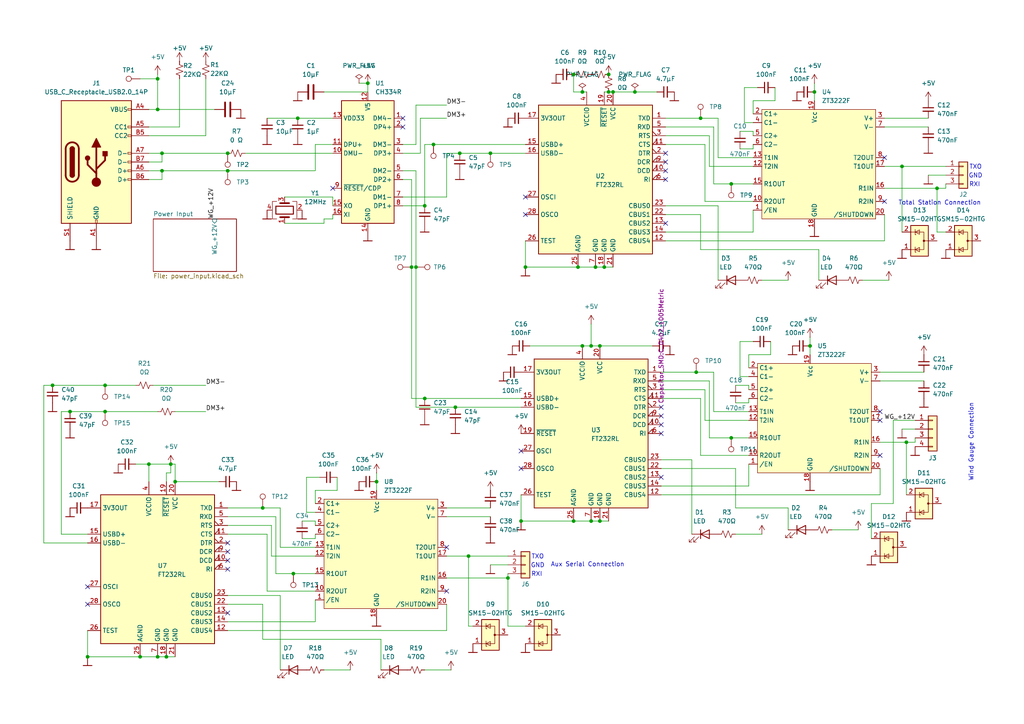
<source format=kicad_sch>
(kicad_sch (version 20250114) (generator "eeschema") (generator_version "9.0")
  (paper "A4")
  (text "Total Station Connection" (at 272.542 58.928 0) (effects (font (size 1.27 1.27))))
  (text "Aux Serial Connection" (at 170.434 163.83 0) (effects (font (size 1.27 1.27))))
  (text "GND" (at 282.956 51.054 0) (effects (font (size 1.27 1.27))))
  (text "TXO" (at 155.956 161.544 0) (effects (font (size 1.27 1.27))))
  (text "Wind Gauge Connection" (at 281.686 128.27 90) (effects (font (size 1.27 1.27))))
  (text "RXI" (at 282.702 53.594 0) (effects (font (size 1.27 1.27))))
  (text "GND" (at 155.956 164.084 0) (effects (font (size 1.27 1.27))))
  (text "TXO" (at 282.956 48.514 0) (effects (font (size 1.27 1.27))))
  (text "RXI" (at 155.702 166.624 0) (effects (font (size 1.27 1.27))))
  (junction (at 20.32 119.38))
  (junction (at 166.37 151.13))
  (junction (at 46.99 49.53))
  (junction (at 147.32 167.64))
  (junction (at 151.13 151.13))
  (junction (at 45.72 22.86))
  (junction (at 142.24 44.45))
  (junction (at 177.8 26.67))
  (junction (at 86.36 34.29))
  (junction (at 201.93 107.95))
  (junction (at 45.72 190.5))
  (junction (at 176.53 21.59))
  (junction (at 119.38 77.47))
  (junction (at 135.89 161.29))
  (junction (at 49.53 134.62))
  (junction (at 76.2 147.32))
  (junction (at 271.78 54.61))
  (junction (at 167.64 77.47))
  (junction (at 176.53 26.67))
  (junction (at 173.99 100.33))
  (junction (at 171.45 151.13))
  (junction (at 109.22 139.7))
  (junction (at 172.72 77.47))
  (junction (at 203.2 34.29))
  (junction (at 123.19 59.69))
  (junction (at 123.19 115.57))
  (junction (at 120.65 77.47))
  (junction (at 46.99 44.45))
  (junction (at 125.73 41.91))
  (junction (at 212.09 53.34))
  (junction (at 66.04 49.53))
  (junction (at 152.4 77.47))
  (junction (at 184.15 26.67))
  (junction (at 45.72 31.75))
  (junction (at 168.91 26.67))
  (junction (at 25.4 190.5))
  (junction (at 106.68 24.13))
  (junction (at 173.99 151.13))
  (junction (at 30.48 119.38))
  (junction (at 132.08 118.11))
  (junction (at 262.89 128.27))
  (junction (at 50.8 139.7))
  (junction (at 30.48 111.76))
  (junction (at 166.37 21.59))
  (junction (at 48.26 190.5))
  (junction (at 236.22 26.67))
  (junction (at 15.24 111.76))
  (junction (at 168.91 100.33))
  (junction (at 171.45 100.33))
  (junction (at 40.64 190.5))
  (junction (at 85.09 166.37))
  (junction (at 43.18 134.62))
  (junction (at 66.04 44.45))
  (junction (at 175.26 77.47))
  (junction (at 212.09 127))
  (junction (at 234.95 100.33))
  (junction (at 133.35 44.45))
  (junction (at 261.62 48.26))
  (no_connect (at 96.52 54.61))
  (no_connect (at 191.77 138.43))
  (no_connect (at 255.27 119.38))
  (no_connect (at 151.13 135.89))
  (no_connect (at 66.04 165.1))
  (no_connect (at 129.54 158.75))
  (no_connect (at 255.27 121.92))
  (no_connect (at 193.04 52.07))
  (no_connect (at 66.04 157.48))
  (no_connect (at 151.13 130.81))
  (no_connect (at 116.84 36.83))
  (no_connect (at 191.77 120.65))
  (no_connect (at 191.77 125.73))
  (no_connect (at 256.54 45.72))
  (no_connect (at 193.04 46.99))
  (no_connect (at 116.84 34.29))
  (no_connect (at 193.04 44.45))
  (no_connect (at 25.4 175.26))
  (no_connect (at 193.04 49.53))
  (no_connect (at 66.04 177.8))
  (no_connect (at 255.27 132.08))
  (no_connect (at 191.77 123.19))
  (no_connect (at 152.4 57.15))
  (no_connect (at 25.4 170.18))
  (no_connect (at 129.54 171.45))
  (no_connect (at 193.04 64.77))
  (no_connect (at 152.4 62.23))
  (no_connect (at 66.04 160.02))
  (no_connect (at 256.54 58.42))
  (no_connect (at 191.77 118.11))
  (no_connect (at 66.04 162.56))
  (wire (pts (xy 121.92 44.45) (xy 121.92 34.29)))
  (wire (pts (xy 213.36 111.76) (xy 217.17 111.76)))
  (wire (pts (xy 66.04 152.4) (xy 78.74 152.4)))
  (wire (pts (xy 250.19 81.28) (xy 257.81 81.28)))
  (wire (pts (xy 120.65 49.53) (xy 120.65 77.47)))
  (wire (pts (xy 256.54 54.61) (xy 271.78 54.61)))
  (wire (pts (xy 261.62 48.26) (xy 261.62 67.31)))
  (wire (pts (xy 81.28 147.32) (xy 81.28 158.75)))
  (wire (pts (xy 215.9 35.56) (xy 218.44 35.56)))
  (wire (pts (xy 214.63 109.22) (xy 217.17 109.22)))
  (wire (pts (xy 43.18 134.62) (xy 39.37 134.62)))
  (wire (pts (xy 91.44 156.21) (xy 91.44 154.94)))
  (wire (pts (xy 119.38 77.47) (xy 119.38 115.57)))
  (wire (pts (xy 116.84 41.91) (xy 120.65 41.91)))
  (wire (pts (xy 214.63 43.18) (xy 218.44 43.18)))
  (wire (pts (xy 123.19 59.69) (xy 116.84 59.69)))
  (wire (pts (xy 215.9 25.4) (xy 215.9 35.56)))
  (wire (pts (xy 191.77 135.89) (xy 213.36 135.89)))
  (wire (pts (xy 43.18 46.99) (xy 46.99 46.99)))
  (wire (pts (xy 129.54 167.64) (xy 147.32 167.64)))
  (wire (pts (xy 176.53 26.67) (xy 177.8 26.67)))
  (wire (pts (xy 132.08 118.11) (xy 151.13 118.11)))
  (wire (pts (xy 191.77 110.49) (xy 205.74 110.49)))
  (wire (pts (xy 151.13 143.51) (xy 151.13 151.13)))
  (wire (pts (xy 152.4 77.47) (xy 167.64 77.47)))
  (wire (pts (xy 193.04 62.23) (xy 203.2 62.23)))
  (wire (pts (xy 104.14 24.13) (xy 106.68 24.13)))
  (wire (pts (xy 87.63 151.13) (xy 91.44 151.13)))
  (wire (pts (xy 129.54 147.32) (xy 142.24 147.32)))
  (wire (pts (xy 76.2 147.32) (xy 81.28 147.32)))
  (wire (pts (xy 271.78 67.31) (xy 271.78 54.61)))
  (wire (pts (xy 93.98 26.67) (xy 106.68 26.67)))
  (wire (pts (xy 237.49 72.39) (xy 237.49 81.28)))
  (wire (pts (xy 151.13 151.13) (xy 166.37 151.13)))
  (wire (pts (xy 255.27 110.49) (xy 267.97 110.49)))
  (wire (pts (xy 50.8 119.38) (xy 59.69 119.38)))
  (wire (pts (xy 205.74 127) (xy 212.09 127)))
  (wire (pts (xy 234.95 100.33) (xy 234.95 102.87)))
  (wire (pts (xy 48.26 137.16) (xy 49.53 137.16)))
  (wire (pts (xy 193.04 34.29) (xy 203.2 34.29)))
  (wire (pts (xy 213.36 116.84) (xy 217.17 116.84)))
  (wire (pts (xy 82.55 57.15) (xy 96.52 57.15)))
  (wire (pts (xy 17.78 154.94) (xy 17.78 119.38)))
  (wire (pts (xy 81.28 172.72) (xy 81.28 194.31)))
  (wire (pts (xy 171.45 100.33) (xy 173.99 100.33)))
  (wire (pts (xy 91.44 146.05) (xy 91.44 142.24)))
  (wire (pts (xy 193.04 59.69) (xy 208.28 59.69)))
  (wire (pts (xy 120.65 118.11) (xy 132.08 118.11)))
  (wire (pts (xy 217.17 111.76) (xy 217.17 113.03)))
  (wire (pts (xy 236.22 26.67) (xy 236.22 29.21)))
  (wire (pts (xy 120.65 77.47) (xy 120.65 118.11)))
  (wire (pts (xy 262.89 128.27) (xy 265.43 128.27)))
  (wire (pts (xy 66.04 154.94) (xy 77.47 154.94)))
  (wire (pts (xy 43.18 36.83) (xy 52.07 36.83)))
  (wire (pts (xy 219.71 25.4) (xy 215.9 25.4)))
  (wire (pts (xy 66.04 172.72) (xy 81.28 172.72)))
  (wire (pts (xy 125.73 41.91) (xy 123.19 41.91)))
  (wire (pts (xy 116.84 57.15) (xy 129.54 57.15)))
  (wire (pts (xy 191.77 143.51) (xy 255.27 143.51)))
  (wire (pts (xy 109.22 137.16) (xy 109.22 139.7)))
  (wire (pts (xy 49.53 137.16) (xy 49.53 134.62)))
  (wire (pts (xy 44.45 111.76) (xy 59.69 111.76)))
  (wire (pts (xy 91.44 142.24) (xy 97.79 142.24)))
  (wire (pts (xy 133.35 44.45) (xy 142.24 44.45)))
  (wire (pts (xy 193.04 39.37) (xy 205.74 39.37)))
  (wire (pts (xy 92.71 138.43) (xy 88.9 138.43)))
  (wire (pts (xy 45.72 21.59) (xy 45.72 22.86)))
  (wire (pts (xy 91.44 151.13) (xy 91.44 152.4)))
  (wire (pts (xy 191.77 113.03) (xy 204.47 113.03)))
  (wire (pts (xy 25.4 182.88) (xy 25.4 190.5)))
  (wire (pts (xy 78.74 152.4) (xy 78.74 161.29)))
  (wire (pts (xy 255.27 143.51) (xy 255.27 135.89)))
  (wire (pts (xy 59.69 22.86) (xy 59.69 39.37)))
  (wire (pts (xy 12.7 157.48) (xy 12.7 111.76)))
  (wire (pts (xy 88.9 138.43) (xy 88.9 148.59)))
  (wire (pts (xy 66.04 49.53) (xy 91.44 49.53)))
  (wire (pts (xy 204.47 121.92) (xy 217.17 121.92)))
  (wire (pts (xy 96.52 63.5) (xy 96.52 62.23)))
  (wire (pts (xy 265.43 128.27) (xy 265.43 127)))
  (wire (pts (xy 85.09 166.37) (xy 91.44 166.37)))
  (wire (pts (xy 217.17 116.84) (xy 217.17 115.57)))
  (wire (pts (xy 204.47 113.03) (xy 204.47 121.92)))
  (wire (pts (xy 30.48 119.38) (xy 45.72 119.38)))
  (wire (pts (xy 256.54 48.26) (xy 261.62 48.26)))
  (wire (pts (xy 256.54 36.83) (xy 269.24 36.83)))
  (wire (pts (xy 80.01 166.37) (xy 85.09 166.37)))
  (wire (pts (xy 87.63 156.21) (xy 91.44 156.21)))
  (wire (pts (xy 259.08 146.05) (xy 259.08 121.92)))
  (wire (pts (xy 168.91 26.67) (xy 166.37 26.67)))
  (wire (pts (xy 173.99 100.33) (xy 189.23 100.33)))
  (wire (pts (xy 129.54 149.86) (xy 142.24 149.86)))
  (wire (pts (xy 45.72 190.5) (xy 48.26 190.5)))
  (wire (pts (xy 116.84 44.45) (xy 121.92 44.45)))
  (wire (pts (xy 203.2 115.57) (xy 203.2 132.08)))
  (wire (pts (xy 269.24 50.8) (xy 274.32 50.8)))
  (wire (pts (xy 228.6 147.32) (xy 228.6 153.67)))
  (wire (pts (xy 261.62 48.26) (xy 274.32 48.26)))
  (wire (pts (xy 66.04 180.34) (xy 91.44 180.34)))
  (wire (pts (xy 256.54 34.29) (xy 269.24 34.29)))
  (wire (pts (xy 25.4 154.94) (xy 17.78 154.94)))
  (wire (pts (xy 204.47 58.42) (xy 218.44 58.42)))
  (wire (pts (xy 167.64 77.47) (xy 172.72 77.47)))
  (wire (pts (xy 91.44 49.53) (xy 91.44 41.91)))
  (wire (pts (xy 217.17 140.97) (xy 217.17 134.62)))
  (wire (pts (xy 45.72 31.75) (xy 43.18 31.75)))
  (wire (pts (xy 207.01 107.95) (xy 207.01 119.38)))
  (wire (pts (xy 91.44 180.34) (xy 91.44 173.99)))
  (wire (pts (xy 218.44 33.02) (xy 218.44 29.21)))
  (wire (pts (xy 213.36 154.94) (xy 220.98 154.94)))
  (wire (pts (xy 77.47 154.94) (xy 77.47 171.45)))
  (wire (pts (xy 77.47 171.45) (xy 91.44 171.45)))
  (wire (pts (xy 17.78 119.38) (xy 20.32 119.38)))
  (wire (pts (xy 201.93 107.95) (xy 207.01 107.95)))
  (wire (pts (xy 234.95 97.79) (xy 234.95 100.33)))
  (wire (pts (xy 262.89 128.27) (xy 262.89 143.51)))
  (wire (pts (xy 193.04 36.83) (xy 207.01 36.83)))
  (wire (pts (xy 77.47 34.29) (xy 86.36 34.29)))
  (wire (pts (xy 43.18 39.37) (xy 59.69 39.37)))
  (wire (pts (xy 66.04 147.32) (xy 76.2 147.32)))
  (wire (pts (xy 25.4 190.5) (xy 40.64 190.5)))
  (wire (pts (xy 142.24 44.45) (xy 152.4 44.45)))
  (wire (pts (xy 207.01 119.38) (xy 217.17 119.38)))
  (wire (pts (xy 121.92 34.29) (xy 129.54 34.29)))
  (wire (pts (xy 168.91 100.33) (xy 171.45 100.33)))
  (wire (pts (xy 123.19 41.91) (xy 123.19 59.69)))
  (wire (pts (xy 256.54 69.85) (xy 256.54 62.23)))
  (wire (pts (xy 71.12 44.45) (xy 96.52 44.45)))
  (wire (pts (xy 171.45 93.98) (xy 171.45 100.33)))
  (wire (pts (xy 241.3 153.67) (xy 248.92 153.67)))
  (wire (pts (xy 205.74 110.49) (xy 205.74 127)))
  (wire (pts (xy 129.54 161.29) (xy 135.89 161.29)))
  (wire (pts (xy 204.47 41.91) (xy 204.47 58.42)))
  (wire (pts (xy 252.73 156.21) (xy 252.73 146.05)))
  (wire (pts (xy 96.52 63.5) (xy 93.98 63.5)))
  (wire (pts (xy 252.73 146.05) (xy 259.08 146.05)))
  (wire (pts (xy 236.22 24.13) (xy 236.22 26.67)))
  (wire (pts (xy 81.28 158.75) (xy 91.44 158.75)))
  (wire (pts (xy 45.72 31.75) (xy 62.23 31.75)))
  (wire (pts (xy 43.18 139.7) (xy 43.18 134.62)))
  (wire (pts (xy 76.2 185.42) (xy 110.49 185.42)))
  (wire (pts (xy 172.72 77.47) (xy 175.26 77.47)))
  (wire (pts (xy 106.68 24.13) (xy 106.68 26.67)))
  (wire (pts (xy 120.65 41.91) (xy 120.65 30.48)))
  (wire (pts (xy 214.63 99.06) (xy 214.63 109.22)))
  (wire (pts (xy 255.27 128.27) (xy 262.89 128.27)))
  (wire (pts (xy 147.32 167.64) (xy 147.32 181.61)))
  (wire (pts (xy 173.99 151.13) (xy 176.53 151.13)))
  (wire (pts (xy 46.99 44.45) (xy 66.04 44.45)))
  (wire (pts (xy 213.36 147.32) (xy 228.6 147.32)))
  (wire (pts (xy 93.98 64.77) (xy 82.55 64.77)))
  (wire (pts (xy 142.24 163.83) (xy 147.32 163.83)))
  (wire (pts (xy 43.18 49.53) (xy 46.99 49.53)))
  (wire (pts (xy 96.52 57.15) (xy 96.52 59.69)))
  (wire (pts (xy 80.01 149.86) (xy 80.01 166.37)))
  (wire (pts (xy 200.66 133.35) (xy 200.66 154.94)))
  (wire (pts (xy 166.37 151.13) (xy 171.45 151.13)))
  (wire (pts (xy 147.32 181.61) (xy 152.4 181.61)))
  (wire (pts (xy 46.99 46.99) (xy 46.99 44.45)))
  (wire (pts (xy 116.84 49.53) (xy 120.65 49.53)))
  (wire (pts (xy 255.27 107.95) (xy 267.97 107.95)))
  (wire (pts (xy 171.45 151.13) (xy 173.99 151.13)))
  (wire (pts (xy 91.44 41.91) (xy 96.52 41.91)))
  (wire (pts (xy 203.2 72.39) (xy 237.49 72.39)))
  (wire (pts (xy 208.28 34.29) (xy 208.28 45.72)))
  (wire (pts (xy 40.64 190.5) (xy 45.72 190.5)))
  (wire (pts (xy 43.18 52.07) (xy 46.99 52.07)))
  (wire (pts (xy 119.38 52.07) (xy 119.38 77.47)))
  (wire (pts (xy 184.15 26.67) (xy 190.5 26.67)))
  (wire (pts (xy 52.07 36.83) (xy 52.07 22.86)))
  (wire (pts (xy 166.37 26.67) (xy 166.37 21.59)))
  (wire (pts (xy 175.26 26.67) (xy 176.53 26.67)))
  (wire (pts (xy 129.54 57.15) (xy 129.54 44.45)))
  (wire (pts (xy 123.19 115.57) (xy 151.13 115.57)))
  (wire (pts (xy 66.04 182.88) (xy 129.54 182.88)))
  (wire (pts (xy 12.7 111.76) (xy 15.24 111.76)))
  (wire (pts (xy 205.74 39.37) (xy 205.74 48.26)))
  (wire (pts (xy 218.44 38.1) (xy 218.44 39.37)))
  (wire (pts (xy 86.36 34.29) (xy 96.52 34.29)))
  (wire (pts (xy 214.63 38.1) (xy 218.44 38.1)))
  (wire (pts (xy 274.32 54.61) (xy 274.32 53.34)))
  (wire (pts (xy 129.54 44.45) (xy 133.35 44.45)))
  (wire (pts (xy 153.67 100.33) (xy 168.91 100.33)))
  (wire (pts (xy 218.44 67.31) (xy 218.44 60.96)))
  (wire (pts (xy 191.77 115.57) (xy 203.2 115.57)))
  (wire (pts (xy 213.36 135.89) (xy 213.36 147.32)))
  (wire (pts (xy 50.8 134.62) (xy 49.53 134.62)))
  (wire (pts (xy 97.79 142.24) (xy 97.79 138.43)))
  (wire (pts (xy 193.04 69.85) (xy 256.54 69.85)))
  (wire (pts (xy 203.2 34.29) (xy 208.28 34.29)))
  (wire (pts (xy 205.74 48.26) (xy 218.44 48.26)))
  (wire (pts (xy 191.77 107.95) (xy 201.93 107.95)))
  (wire (pts (xy 25.4 157.48) (xy 12.7 157.48)))
  (wire (pts (xy 218.44 43.18) (xy 218.44 41.91)))
  (wire (pts (xy 46.99 49.53) (xy 66.04 49.53)))
  (wire (pts (xy 43.18 134.62) (xy 49.53 134.62)))
  (wire (pts (xy 271.78 54.61) (xy 274.32 54.61)))
  (wire (pts (xy 110.49 185.42) (xy 110.49 194.31)))
  (wire (pts (xy 152.4 69.85) (xy 152.4 77.47)))
  (wire (pts (xy 50.8 139.7) (xy 50.8 134.62)))
  (wire (pts (xy 120.65 30.48) (xy 129.54 30.48)))
  (wire (pts (xy 212.09 127) (xy 217.17 127)))
  (wire (pts (xy 135.89 181.61) (xy 137.16 181.61)))
  (wire (pts (xy 93.98 194.31) (xy 101.6 194.31)))
  (wire (pts (xy 48.26 190.5) (xy 50.8 190.5)))
  (wire (pts (xy 45.72 22.86) (xy 45.72 31.75)))
  (wire (pts (xy 274.32 67.31) (xy 271.78 67.31)))
  (wire (pts (xy 50.8 139.7) (xy 63.5 139.7)))
  (wire (pts (xy 259.08 121.92) (xy 265.43 121.92)))
  (wire (pts (xy 217.17 106.68) (xy 217.17 102.87)))
  (wire (pts (xy 175.26 77.47) (xy 177.8 77.47)))
  (wire (pts (xy 170.18 26.67) (xy 168.91 26.67)))
  (wire (pts (xy 46.99 52.07) (xy 46.99 49.53)))
  (wire (pts (xy 193.04 41.91) (xy 204.47 41.91)))
  (wire (pts (xy 20.32 119.38) (xy 30.48 119.38)))
  (wire (pts (xy 93.98 63.5) (xy 93.98 64.77)))
  (wire (pts (xy 116.84 52.07) (xy 119.38 52.07)))
  (wire (pts (xy 147.32 167.64) (xy 147.32 166.37)))
  (wire (pts (xy 129.54 182.88) (xy 129.54 175.26)))
  (wire (pts (xy 119.38 115.57) (xy 123.19 115.57)))
  (wire (pts (xy 40.64 22.86) (xy 45.72 22.86)))
  (wire (pts (xy 261.62 124.46) (xy 265.43 124.46)))
  (wire (pts (xy 208.28 45.72) (xy 218.44 45.72)))
  (wire (pts (xy 208.28 59.69) (xy 208.28 81.28)))
  (wire (pts (xy 212.09 53.34) (xy 218.44 53.34)))
  (wire (pts (xy 152.4 41.91) (xy 125.73 41.91)))
  (wire (pts (xy 207.01 53.34) (xy 212.09 53.34)))
  (wire (pts (xy 223.52 102.87) (xy 223.52 99.06)))
  (wire (pts (xy 43.18 44.45) (xy 46.99 44.45)))
  (wire (pts (xy 135.89 161.29) (xy 147.32 161.29)))
  (wire (pts (xy 78.74 161.29) (xy 91.44 161.29)))
  (wire (pts (xy 224.79 29.21) (xy 224.79 25.4)))
  (wire (pts (xy 66.04 175.26) (xy 76.2 175.26)))
  (wire (pts (xy 88.9 148.59) (xy 91.44 148.59)))
  (wire (pts (xy 76.2 175.26) (xy 76.2 185.42)))
  (wire (pts (xy 191.77 133.35) (xy 200.66 133.35)))
  (wire (pts (xy 193.04 67.31) (xy 218.44 67.31)))
  (wire (pts (xy 135.89 161.29) (xy 135.89 181.61)))
  (wire (pts (xy 218.44 29.21) (xy 224.79 29.21)))
  (wire (pts (xy 217.17 102.87) (xy 223.52 102.87)))
  (wire (pts (xy 123.19 194.31) (xy 130.81 194.31)))
  (wire (pts (xy 218.44 99.06) (xy 214.63 99.06)))
  (wire (pts (xy 30.48 111.76) (xy 39.37 111.76)))
  (wire (pts (xy 15.24 111.76) (xy 30.48 111.76)))
  (wire (pts (xy 203.2 62.23) (xy 203.2 72.39)))
  (wire (pts (xy 207.01 36.83) (xy 207.01 53.34)))
  (wire (pts (xy 177.8 26.67) (xy 184.15 26.67)))
  (wire (pts (xy 66.04 149.86) (xy 80.01 149.86)))
  (wire (pts (xy 109.22 139.7) (xy 109.22 142.24)))
  (wire (pts (xy 48.26 139.7) (xy 48.26 137.16)))
  (wire (pts (xy 220.98 81.28) (xy 228.6 81.28)))
  (wire (pts (xy 203.2 132.08) (xy 217.17 132.08)))
  (wire (pts (xy 191.77 140.97) (xy 217.17 140.97)))
  (label "WG_+12V" (at 62.23 63.5 90))
  (label "WG_+12V" (at 265.43 121.92 180))
  (label "DM3+" (at 129.54 34.29 0))
  (label "DM3-" (at 129.54 30.48 0))
  (label "DM3-" (at 59.69 111.76 0))
  (label "DM3+" (at 59.69 119.38 0))
  (symbol (lib_id "power:+5V") (at 176.53 21.59 0) (unit 1)
    (property "Reference" "#PWR04" (effects (hide yes)))
    (property "Value" "+5V" (at 176.53 16.51 0))
    (property "Description" "Power symbol creates a global label with name \"+5V\"" (effects (hide yes)))
  )
  (symbol (lib_id "Device:C_Small") (at 269.24 31.75 0) (unit 1)
    (property "Reference" "C12" (at 271.78 30.4862 0) (effects (justify left)))
    (property "Value" "470nF" (at 271.78 33.0262 0) (effects (justify left)))
    (property "Footprint" "Capacitor_SMD:C_0603_1608Metric" (effects (hide yes)))
    (property "Description" "Unpolarized capacitor, small symbol" (effects (hide yes)))
  )
  (symbol (lib_id "Device:C_Small") (at 151.13 100.33 90) (unit 1)
    (property "Reference" "C16" (at 151.1363 93.98 90))
    (property "Value" "100nF" (at 151.1363 96.52 90))
    (property "Footprint" "Capacitor_SMD:C_0402_1005Metric" (effects (hide yes)))
    (property "Description" "Unpolarized capacitor, small symbol" (effects (hide yes)))
  )
  (symbol (lib_id "Connector:USB_C_Receptacle_USB2.0_14P") (at 27.94 46.99 0) (unit 1)
    (property "Reference" "J1" (at 27.94 24.13 0))
    (property "Value" "USB_C_Receptacle_USB2.0_14P" (at 27.94 26.67 0))
    (property "Footprint" "Connector_USB:USB_C_Receptacle_HRO_TYPE-C-31-M-12" (effects (hide yes)))
    (property "Datasheet" "https://www.usb.org/sites/default/files/documents/usb_type-c.zip" (effects (hide yes)))
    (property "Description" "USB 2.0-only 14P Type-C Receptacle connector" (effects (hide yes)))
  )
  (symbol (lib_id "Device:LED") (at 232.41 153.67 0) (unit 1)
    (property "Reference" "D2" (at 230.8225 147.32 0))
    (property "Value" "LED" (at 230.8225 149.86 0))
    (property "Footprint" "LED_SMD:LED_0805_2012Metric" (effects (hide yes)))
    (property "Description" "Light emitting diode" (effects (hide yes)))
    (property "Sim.Pins" "1=K 2=A" (effects (hide yes)))
  )
  (symbol (lib_id "power:GND") (at 106.68 69.85 0) (unit 1)
    (property "Reference" "#01010101" (effects (hide yes)))
    (property "Description" "GND" (effects (hide yes)))
  )
  (symbol (lib_id "power:+5V") (at 130.81 194.31 0) (unit 1)
    (property "Reference" "#PWR020" (effects (hide yes)))
    (property "Value" "+5V" (at 130.81 189.23 0))
    (property "Description" "Power symbol creates a global label with name \"+5V\"" (effects (hide yes)))
  )
  (symbol (lib_id "Connector_Generic:Conn_01x04") (at 270.51 124.46 0) (unit 1)
    (property "Reference" "J3" (at 270.51 132.842 0))
    (property "Value" "Conn_01x06_MountingPin" (effects (hide yes)))
    (property "Footprint" "Connector_PinHeader_2.54mm:PinHeader_1x04_P2.54mm_Vertical" (effects (hide yes)))
    (property "Description" "Generic connector, single row, 01x04, script generated (kicad-library-utils/schlib/autogen/connector/)" (effects (hide yes)))
  )
  (symbol (lib_id "power:PWR_FLAG") (at 168.91 26.67 0) (unit 1)
    (property "Reference" "#FLG03" (effects (hide yes)))
    (property "Value" "PWR_FLAG" (at 168.91 21.59 0))
    (property "Description" "Special symbol for telling ERC where power comes from" (effects (hide yes)))
  )
  (symbol (lib_id "Connector:TestPoint") (at 203.2 34.29 0) (unit 1)
    (property "Reference" "TP8" (at 205.74 30.9879 0) (effects (justify left)))
    (property "Value" "TestPoint" (effects (hide yes)))
    (property "Footprint" "TestPoint:TestPoint_Pad_1.0x1.0mm" (effects (hide yes)))
    (property "Description" "test point" (effects (hide yes)))
  )
  (symbol (lib_id "power:GND") (at 77.47 41.91 0) (unit 1)
    (property "Reference" "#0110" (effects (hide yes)))
    (property "Description" "GND" (effects (hide yes)))
  )
  (symbol (lib_id "power:GND") (at 262.89 151.13 0) (unit 1)
    (property "Reference" "#020" (effects (hide yes)))
    (property "Description" "GND" (effects (hide yes)))
  )
  (symbol (lib_id "power:+5V") (at 171.45 93.98 0) (unit 1)
    (property "Reference" "#PWR09" (effects (hide yes)))
    (property "Value" "+5V" (at 171.45 88.9 0))
    (property "Description" "Power symbol creates a global label with name \"+5V\"" (effects (hide yes)))
  )
  (symbol (lib_id "Power_Protection:ESDA5V3L") (at 257.81 158.75 90) (unit 1)
    (property "Reference" "D12" (at 257.81 149.86 90))
    (property "Value" "SM15-02HTG" (at 257.81 152.4 90))
    (property "Footprint" "Package_TO_SOT_SMD:SM0502HTG" (effects (hide yes)))
    (property "Datasheet" "https://www.littelfuse.com/assetdocs/tvs-diode-array-sm-datasheet?assetguid=726CDC6C-C38A-49EF-AFA4-C4DDF23B0A40" (effects (hide yes)))
    (property "Description" "TVS Diode Array, 15V Standoff, 2 Channels, SOT23" (effects (hide yes)))
  )
  (symbol (lib_id "power:GND") (at 229.87 102.87 0) (unit 1)
    (property "Reference" "#0107" (effects (hide yes)))
    (property "Description" "GND" (effects (hide yes)))
  )
  (symbol (lib_id "Device:C_Small") (at 36.83 134.62 90) (unit 1)
    (property "Reference" "C32" (at 36.8363 128.27 90))
    (property "Value" "100nF" (at 36.8363 130.81 90))
    (property "Footprint" "Capacitor_SMD:C_0402_1005Metric" (effects (hide yes)))
    (property "Description" "Unpolarized capacitor, small symbol" (effects (hide yes)))
  )
  (symbol (lib_id "Connector:TestPoint") (at 125.73 41.91 180) (unit 1)
    (property "Reference" "TP4" (at 128.27 45.2119 0) (effects (justify right)))
    (property "Value" "TestPoint" (effects (hide yes)))
    (property "Footprint" "TestPoint:TestPoint_Pad_1.0x1.0mm" (effects (hide yes)))
    (property "Description" "test point" (effects (hide yes)))
  )
  (symbol (lib_id "power:GND") (at 87.63 63.5 0) (unit 1)
    (property "Reference" "#02" (effects (hide yes)))
    (property "Description" "GND" (effects (hide yes)))
  )
  (symbol (lib_id "Connector_Generic:Conn_01x03") (at 152.4 163.83 0) (unit 1)
    (property "Reference" "J6" (at 152.4 169.418 0))
    (property "Value" "Conn_01x06_MountingPin" (effects (hide yes)))
    (property "Footprint" "Connector_PinHeader_2.54mm:PinHeader_1x03_P2.54mm_Vertical" (effects (hide yes)))
    (property "Description" "Generic connector, single row, 01x03, script generated (kicad-library-utils/schlib/autogen/connector/)" (effects (hide yes)))
  )
  (symbol (lib_id "power:+5V") (at 220.98 154.94 0) (unit 1)
    (property "Reference" "#PWR012" (effects (hide yes)))
    (property "Value" "+5V" (at 220.98 149.86 0))
    (property "Description" "Power symbol creates a global label with name \"+5V\"" (effects (hide yes)))
  )
  (symbol (lib_id "Connector:TestPoint") (at 76.2 147.32 0) (unit 1)
    (property "Reference" "TP12" (at 78.74 144.0179 0) (effects (justify left)))
    (property "Value" "TestPoint" (effects (hide yes)))
    (property "Footprint" "TestPoint:TestPoint_Pad_1.0x1.0mm" (effects (hide yes)))
    (property "Description" "test point" (effects (hide yes)))
  )
  (symbol (lib_id "power:GND") (at 69.85 34.29 0) (unit 1)
    (property "Reference" "#0114" (effects (hide yes)))
    (property "Description" "GND" (effects (hide yes)))
  )
  (symbol (lib_id "power:GND") (at 231.14 29.21 0) (unit 1)
    (property "Reference" "#0102" (effects (hide yes)))
    (property "Description" "GND" (effects (hide yes)))
  )
  (symbol (lib_name "ZT3222F_1_2") (lib_id "Interface_UART:ZT3222F_1") (at 109.22 160.02 0) (unit 1)
    (property "Reference" "U8" (at 111.3633 139.7 0) (effects (justify left)))
    (property "Value" "ZT3222F" (at 111.3633 142.24 0) (effects (justify left)))
    (property "Footprint" "Package_SO:TSSOP-20_4.4x6.5mm_P0.65mm" (effects (hide yes)))
  )
  (symbol (lib_id "Device:C_Small") (at 220.98 99.06 90) (unit 1)
    (property "Reference" "C19" (at 220.9863 92.71 90))
    (property "Value" "100nF" (at 220.9863 95.25 90))
    (property "Footprint" "Capacitor_SMD:C_0402_1005Metric" (effects (hide yes)))
    (property "Description" "Unpolarized capacitor, small symbol" (effects (hide yes)))
  )
  (symbol (lib_id "Device:R_Small_US") (at 210.82 154.94 90) (unit 1)
    (property "Reference" "R3" (at 210.82 148.59 90))
    (property "Value" "470Ω" (at 210.82 151.13 90))
    (property "Footprint" "Resistor_SMD:R_0603_1608Metric" (effects (hide yes)))
    (property "Description" "Resistor, small US symbol" (effects (hide yes)))
  )
  (symbol (lib_id "power:GND") (at 148.59 102.87 0) (unit 1)
    (property "Reference" "#01010101030101" (effects (hide yes)))
    (property "Description" "GND" (effects (hide yes)))
  )
  (symbol (lib_id "power:+5V") (at 236.22 24.13 0) (unit 1)
    (property "Reference" "#PWR06" (effects (hide yes)))
    (property "Value" "+5V" (at 236.22 19.05 0))
    (property "Description" "Power symbol creates a global label with name \"+5V\"" (effects (hide yes)))
  )
  (symbol (lib_id "power:GND") (at 15.24 119.38 0) (unit 1)
    (property "Reference" "#017" (effects (hide yes)))
    (property "Description" "GND" (effects (hide yes)))
  )
  (symbol (lib_id "power:+5V") (at 45.72 21.59 0) (unit 1)
    (property "Reference" "#PWR03" (effects (hide yes)))
    (property "Value" "+5V" (at 45.72 16.51 0))
    (property "Description" "Power symbol creates a global label with name \"+5V\"" (effects (hide yes)))
  )
  (symbol (lib_id "Device:C_Small") (at 269.24 39.37 0) (unit 1)
    (property "Reference" "C13" (at 271.78 38.1062 0) (effects (justify left)))
    (property "Value" "470nF" (at 271.78 40.6462 0) (effects (justify left)))
    (property "Footprint" "Capacitor_SMD:C_0603_1608Metric" (effects (hide yes)))
    (property "Description" "Unpolarized capacitor, small symbol" (effects (hide yes)))
  )
  (symbol (lib_id "power:GND") (at 123.19 123.19 0) (unit 1)
    (property "Reference" "#0101010101010101" (effects (hide yes)))
    (property "Description" "GND" (effects (hide yes)))
  )
  (symbol (lib_id "Device:C_Small") (at 123.19 118.11 0) (unit 1)
    (property "Reference" "C23" (at 125.73 116.8462 0) (effects (justify left)))
    (property "Value" "47pF" (at 125.73 119.3862 0) (effects (justify left)))
    (property "Footprint" "Capacitor_SMD:C_0402_1005Metric" (effects (hide yes)))
    (property "Description" "Unpolarized capacitor, small symbol" (effects (hide yes)))
  )
  (symbol (lib_id "Device:C_Small") (at 22.86 147.32 90) (unit 1)
    (property "Reference" "C31" (at 22.8663 140.97 90))
    (property "Value" "100nF" (at 22.8663 143.51 90))
    (property "Footprint" "Capacitor_SMD:C_0402_1005Metric" (effects (hide yes)))
    (property "Description" "Unpolarized capacitor, small symbol" (effects (hide yes)))
  )
  (symbol (lib_id "power:GND") (at 142.24 166.37 0) (unit 1)
    (property "Reference" "#015" (effects (hide yes)))
    (property "Description" "GND" (effects (hide yes)))
  )
  (symbol (lib_id "power:GND") (at 265.43 132.08 0) (unit 1)
    (property "Reference" "#07" (effects (hide yes)))
    (property "Description" "GND" (effects (hide yes)))
  )
  (symbol (lib_id "Device:R_Small_US") (at 91.44 194.31 90) (unit 1)
    (property "Reference" "R18" (at 91.44 187.96 90))
    (property "Value" "470Ω" (at 91.44 190.5 90))
    (property "Footprint" "Resistor_SMD:R_0603_1608Metric" (effects (hide yes)))
    (property "Description" "Resistor, small US symbol" (effects (hide yes)))
  )
  (symbol (lib_id "power:+5V") (at 248.92 153.67 0) (unit 1)
    (property "Reference" "#PWR013" (effects (hide yes)))
    (property "Value" "+5V" (at 248.92 148.59 0))
    (property "Description" "Power symbol creates a global label with name \"+5V\"" (effects (hide yes)))
  )
  (symbol (lib_id "Connector:TestPoint") (at 30.48 111.76 180) (unit 1)
    (property "Reference" "TP14" (at 33.02 115.0619 0) (effects (justify right)))
    (property "Value" "TestPoint" (effects (hide yes)))
    (property "Footprint" "TestPoint:TestPoint_Pad_1.0x1.0mm" (effects (hide yes)))
    (property "Description" "test point" (effects (hide yes)))
  )
  (symbol (lib_id "Device:R_Small_US") (at 41.91 111.76 270) (unit 1)
    (property "Reference" "R21" (at 41.91 105.41 90))
    (property "Value" "0Ω" (at 41.91 107.95 90))
    (property "Footprint" "Resistor_SMD:R_0402_1005Metric" (effects (hide yes)))
    (property "Description" "Resistor, small US symbol" (effects (hide yes)))
  )
  (symbol (lib_id "power:PWR_FLAG") (at 104.14 24.13 0) (unit 1)
    (property "Reference" "#FLG01" (effects (hide yes)))
    (property "Value" "PWR_FLAG" (at 104.14 19.05 0))
    (property "Description" "Special symbol for telling ERC where power comes from" (effects (hide yes)))
  )
  (symbol (lib_id "Device:LED") (at 85.09 194.31 0) (unit 1)
    (property "Reference" "D7" (at 83.5025 187.96 0))
    (property "Value" "LED" (at 83.5025 190.5 0))
    (property "Footprint" "LED_SMD:LED_0805_2012Metric" (effects (hide yes)))
    (property "Description" "Light emitting diode" (effects (hide yes)))
    (property "Sim.Pins" "1=K 2=A" (effects (hide yes)))
  )
  (symbol (lib_id "Device:R_Small_US") (at 218.44 81.28 90) (unit 1)
    (property "Reference" "R5" (at 218.44 74.93 90))
    (property "Value" "470Ω" (at 218.44 77.47 90))
    (property "Footprint" "Resistor_SMD:R_0603_1608Metric" (effects (hide yes)))
    (property "Description" "Resistor, small US symbol" (effects (hide yes)))
  )
  (symbol (lib_id "Power_Protection:ESDA5V3L") (at 157.48 184.15 90) (unit 1)
    (property "Reference" "D10" (at 157.48 175.26 90))
    (property "Value" "SM15-02HTG" (at 157.48 177.8 90))
    (property "Footprint" "Package_TO_SOT_SMD:SM0502HTG" (effects (hide yes)))
    (property "Datasheet" "https://www.littelfuse.com/assetdocs/tvs-diode-array-sm-datasheet?assetguid=726CDC6C-C38A-49EF-AFA4-C4DDF23B0A40" (effects (hide yes)))
    (property "Description" "TVS Diode Array, 15V Standoff, 2 Channels, SOT23" (effects (hide yes)))
  )
  (symbol (lib_id "power:GND") (at 104.14 142.24 0) (unit 1)
    (property "Reference" "#012" (effects (hide yes)))
    (property "Description" "GND" (effects (hide yes)))
  )
  (symbol (lib_id "power:PWR_FLAG") (at 184.15 26.67 0) (unit 1)
    (property "Reference" "#FLG02" (effects (hide yes)))
    (property "Value" "PWR_FLAG" (at 184.15 21.59 0))
    (property "Description" "Special symbol for telling ERC where power comes from" (effects (hide yes)))
  )
  (symbol (lib_id "Device:C_Small") (at 123.19 62.23 0) (unit 1)
    (property "Reference" "C4" (at 125.73 60.9662 0) (effects (justify left)))
    (property "Value" "47pF" (at 125.73 63.5062 0) (effects (justify left)))
    (property "Footprint" "Capacitor_SMD:C_0603_1608Metric" (effects (hide yes)))
    (property "Description" "Unpolarized capacitor, small symbol" (effects (hide yes)))
  )
  (symbol (lib_id "Device:C_Small") (at 106.68 139.7 90) (unit 1)
    (property "Reference" "C36" (at 105.156 133.35 90))
    (property "Value" "100nF" (at 104.902 135.89 90))
    (property "Footprint" "Capacitor_SMD:C_0402_1005Metric" (effects (hide yes)))
    (property "Description" "Unpolarized capacitor, small symbol" (effects (hide yes)))
  )
  (symbol (lib_id "Device:C_Small") (at 133.35 46.99 0) (unit 1)
    (property "Reference" "C5" (at 135.89 45.7262 0) (effects (justify left)))
    (property "Value" "47pF" (at 135.89 48.2662 0) (effects (justify left)))
    (property "Footprint" "Capacitor_SMD:C_0603_1608Metric" (effects (hide yes)))
    (property "Description" "Unpolarized capacitor, small symbol" (effects (hide yes)))
  )
  (symbol (lib_id "Device:C_Small") (at 213.36 114.3 0) (unit 1)
    (property "Reference" "C18" (at 213.36 110.236 0))
    (property "Value" "470nF" (at 213.36 118.364 0))
    (property "Footprint" "Capacitor_SMD:C_0603_1608Metric" (effects (hide yes)))
    (property "Description" "Unpolarized capacitor, small symbol" (effects (hide yes)))
  )
  (symbol (lib_id "Device:C_Small") (at 191.77 100.33 90) (unit 1)
    (property "Reference" "C17" (at 191.7763 93.98 90))
    (property "Value" "4.7µF" (at 191.7763 96.52 90))
    (property "Footprint" "Capacitor_SMD:C_0402_1005Metric" (at 191.77 100.33 0))
    (property "Description" "Unpolarized capacitor, small symbol" (effects (hide yes)))
  )
  (symbol (lib_id "Connector:TestPoint") (at 30.48 119.38 180) (unit 1)
    (property "Reference" "TP15" (at 33.02 122.6819 0) (effects (justify right)))
    (property "Value" "TestPoint" (effects (hide yes)))
    (property "Footprint" "TestPoint:TestPoint_Pad_1.0x1.0mm" (effects (hide yes)))
    (property "Description" "test point" (effects (hide yes)))
  )
  (symbol (lib_id "Device:C_Small") (at 267.97 113.03 0) (unit 1)
    (property "Reference" "C22" (at 270.51 111.7662 0) (effects (justify left)))
    (property "Value" "470nF" (at 270.51 114.3062 0) (effects (justify left)))
    (property "Footprint" "Capacitor_SMD:C_0603_1608Metric" (effects (hide yes)))
    (property "Description" "Unpolarized capacitor, small symbol" (effects (hide yes)))
  )
  (symbol (lib_id "Device:R_Small_US") (at 59.69 20.32 0) (unit 1)
    (property "Reference" "R1" (at 60.96 18.796 0) (effects (justify left)))
    (property "Value" "22KΩ" (at 60.96 21.336 0) (effects (justify left)))
    (property "Footprint" "Resistor_SMD:R_0603_1608Metric" (effects (hide yes)))
    (property "Description" "Resistor, small US symbol" (effects (hide yes)))
  )
  (symbol (lib_id "Device:R_Small_US") (at 52.07 20.32 0) (unit 1)
    (property "Reference" "R2" (at 53.086 19.05 0) (effects (justify left)))
    (property "Value" "22KΩ" (at 53.086 21.59 0) (effects (justify left)))
    (property "Footprint" "Resistor_SMD:R_0603_1608Metric" (effects (hide yes)))
    (property "Description" "Resistor, small US symbol" (effects (hide yes)))
  )
  (symbol (lib_id "power:+5V") (at 109.22 137.16 0) (unit 1)
    (property "Reference" "#PWR019" (effects (hide yes)))
    (property "Value" "+5V" (at 109.22 132.08 0))
    (property "Description" "Power symbol creates a global label with name \"+5V\"" (effects (hide yes)))
  )
  (symbol (lib_id "Device:C_Small") (at 222.25 25.4 90) (unit 1)
    (property "Reference" "C9" (at 222.2563 19.05 90))
    (property "Value" "100nF" (at 222.2563 21.59 90))
    (property "Footprint" "Capacitor_SMD:C_0402_1005Metric" (effects (hide yes)))
    (property "Description" "Unpolarized capacitor, small symbol" (effects (hide yes)))
  )
  (symbol (lib_id "Device:C_Small") (at 132.08 120.65 0) (unit 1)
    (property "Reference" "C14" (at 134.62 119.3862 0) (effects (justify left)))
    (property "Value" "47pF" (at 134.62 121.9262 0) (effects (justify left)))
    (property "Footprint" "Capacitor_SMD:C_0402_1005Metric" (effects (hide yes)))
    (property "Description" "Unpolarized capacitor, small symbol" (effects (hide yes)))
  )
  (symbol (lib_id "Power_Protection:ESDA5V3L") (at 142.24 184.15 90) (unit 1)
    (property "Reference" "D9" (at 142.24 175.26 90))
    (property "Value" "SM15-02HTG" (at 142.24 177.8 90))
    (property "Footprint" "Package_TO_SOT_SMD:SM0502HTG" (effects (hide yes)))
    (property "Datasheet" "https://www.littelfuse.com/assetdocs/tvs-diode-array-sm-datasheet?assetguid=726CDC6C-C38A-49EF-AFA4-C4DDF23B0A40" (effects (hide yes)))
    (property "Description" "TVS Diode Array, 15V Standoff, 2 Channels, SOT23" (effects (hide yes)))
  )
  (symbol (lib_id "Device:R_Small_US") (at 176.53 24.13 180) (unit 1)
    (property "Reference" "R8" (at 179.07 22.8599 0) (effects (justify right)))
    (property "Value" "0Ω" (at 179.07 25.3999 0) (effects (justify right)))
    (property "Footprint" "Resistor_SMD:R_0402_1005Metric" (effects (hide yes)))
    (property "Description" "Resistor, small US symbol" (effects (hide yes)))
  )
  (symbol (lib_id "power:GND") (at 261.62 74.93 0) (unit 1)
    (property "Reference" "#023" (effects (hide yes)))
    (property "Description" "GND" (effects (hide yes)))
  )
  (symbol (lib_id "Interface_USB:FT232RL") (at 171.45 125.73 0) (unit 1)
    (property "Reference" "U3" (at 171.45 124.714 0) (effects (justify left)))
    (property "Value" "FT232RL" (at 171.45 127.254 0) (effects (justify left)))
    (property "Footprint" "Package_SO:SSOP-28_5.3x10.2mm_P0.65mm" (effects (hide yes)))
    (property "Datasheet" "https://www.ftdichip.com/Support/Documents/DataSheets/ICs/DS_FT232R.pdf" (effects (hide yes)))
    (property "Description" "USB to Serial Interface, SSOP-28" (effects (hide yes)))
  )
  (symbol (lib_id "Device:LED") (at 204.47 154.94 0) (unit 1)
    (property "Reference" "D1" (at 202.8825 148.59 0))
    (property "Value" "LED" (at 202.8825 151.13 0))
    (property "Footprint" "LED_SMD:LED_0805_2012Metric" (effects (hide yes)))
    (property "Description" "Light emitting diode" (effects (hide yes)))
    (property "Sim.Pins" "1=K 2=A" (effects (hide yes)))
  )
  (symbol (lib_id "power:GND") (at 236.22 68.58 0) (unit 1)
    (property "Reference" "#0119" (effects (hide yes)))
    (property "Description" "GND" (effects (hide yes)))
  )
  (symbol (lib_id "Device:R_Small_US") (at 68.58 44.45 90) (unit 1)
    (property "Reference" "R7" (at 68.58 38.1 90))
    (property "Value" "0 Ω" (at 68.58 40.64 90))
    (property "Footprint" "Resistor_SMD:R_0603_1608Metric" (effects (hide yes)))
    (property "Description" "Resistor, small US symbol" (effects (hide yes)))
  )
  (symbol (lib_id "Device:R_Small_US") (at 238.76 153.67 90) (unit 1)
    (property "Reference" "R4" (at 238.76 147.32 90))
    (property "Value" "470Ω" (at 238.76 149.86 90))
    (property "Footprint" "Resistor_SMD:R_0603_1608Metric" (effects (hide yes)))
    (property "Description" "Resistor, small US symbol" (effects (hide yes)))
  )
  (symbol (lib_id "Device:C_Small") (at 87.63 153.67 0) (unit 1)
    (property "Reference" "C34" (at 87.63 149.606 0))
    (property "Value" "470nF" (at 87.63 157.734 0))
    (property "Footprint" "Capacitor_SMD:C_0603_1608Metric" (effects (hide yes)))
    (property "Description" "Unpolarized capacitor, small symbol" (effects (hide yes)))
  )
  (symbol (lib_id "power:GND") (at 194.31 102.87 0) (unit 1)
    (property "Reference" "#0106" (effects (hide yes)))
    (property "Description" "GND" (effects (hide yes)))
  )
  (symbol (lib_id "Device:Crystal_GND24") (at 82.55 60.96 270) (mirror x) (unit 1)
    (property "Reference" "Y1" (at 91.44 56.0068 90))
    (property "Value" "12MHz" (at 91.44 58.5468 90))
    (property "Footprint" "Crystal:Crystal_SMD_3225-4Pin_3.2x2.5mm" (effects (hide yes)))
    (property "Description" "Four pin crystal, GND on pins 2 and 4" (effects (hide yes)))
  )
  (symbol (lib_id "power:GND") (at 269.24 53.34 0) (unit 1)
    (property "Reference" "#01010101010101010101" (effects (hide yes)))
    (property "Description" "GND" (effects (hide yes)))
  )
  (symbol (lib_id "power:GND") (at 152.4 80.01 0) (unit 1)
    (property "Reference" "#0101010101" (effects (hide yes)))
    (property "Description" "GND" (effects (hide yes)))
  )
  (symbol (lib_id "power:GND") (at 147.32 36.83 0) (unit 1)
    (property "Reference" "#0104" (effects (hide yes)))
    (property "Description" "GND" (effects (hide yes)))
  )
  (symbol (lib_id "power:+5V") (at 257.81 81.28 0) (unit 1)
    (property "Reference" "#PWR015" (effects (hide yes)))
    (property "Value" "+5V" (at 257.81 76.2 0))
    (property "Description" "Power symbol creates a global label with name \"+5V\"" (effects (hide yes)))
  )
  (symbol (lib_id "power:GND") (at 123.19 67.31 0) (unit 1)
    (property "Reference" "#0103" (effects (hide yes)))
    (property "Description" "GND" (effects (hide yes)))
  )
  (symbol (lib_id "Device:C_Small") (at 214.63 40.64 0) (unit 1)
    (property "Reference" "C10" (at 214.63 36.576 0))
    (property "Value" "470nF" (at 214.63 44.704 0))
    (property "Footprint" "Capacitor_SMD:C_0603_1608Metric" (effects (hide yes)))
    (property "Description" "Unpolarized capacitor, small symbol" (effects (hide yes)))
  )
  (symbol (lib_id "power:GND") (at 252.73 163.83 0) (unit 1)
    (property "Reference" "#021" (effects (hide yes)))
    (property "Description" "GND" (effects (hide yes)))
  )
  (symbol (lib_id "power:GND") (at 20.32 127 0) (unit 1)
    (property "Reference" "#016" (effects (hide yes)))
    (property "Description" "GND" (effects (hide yes)))
  )
  (symbol (lib_id "power:GND") (at 267.97 118.11 0) (unit 1)
    (property "Reference" "#0108" (effects (hide yes)))
    (property "Description" "GND" (effects (hide yes)))
  )
  (symbol (lib_id "power:+5V") (at 142.24 142.24 0) (unit 1)
    (property "Reference" "#PWR021" (effects (hide yes)))
    (property "Value" "+5V" (at 142.24 137.16 0))
    (property "Description" "Power symbol creates a global label with name \"+5V\"" (effects (hide yes)))
  )
  (symbol (lib_id "Device:R_Small_US") (at 247.65 81.28 90) (unit 1)
    (property "Reference" "R6" (at 247.65 74.93 90))
    (property "Value" "470Ω" (at 247.65 77.47 90))
    (property "Footprint" "Resistor_SMD:R_0603_1608Metric" (effects (hide yes)))
    (property "Description" "Resistor, small US symbol" (effects (hide yes)))
  )
  (symbol (lib_id "power:GND") (at 86.36 29.21 0) (unit 1)
    (property "Reference" "#010101" (effects (hide yes)))
    (property "Description" "GND" (effects (hide yes)))
  )
  (symbol (lib_id "Device:C_Small") (at 148.59 107.95 90) (unit 1)
    (property "Reference" "C15" (at 148.59 110.744 90))
    (property "Value" "100nF" (at 148.59 113.284 90))
    (property "Footprint" "Capacitor_SMD:C_0402_1005Metric" (effects (hide yes)))
    (property "Description" "Unpolarized capacitor, small symbol" (effects (hide yes)))
  )
  (symbol (lib_id "Device:LED") (at 114.3 194.31 0) (unit 1)
    (property "Reference" "D8" (at 112.7125 187.96 0))
    (property "Value" "LED" (at 112.7125 190.5 0))
    (property "Footprint" "LED_SMD:LED_0805_2012Metric" (effects (hide yes)))
    (property "Description" "Light emitting diode" (effects (hide yes)))
    (property "Sim.Pins" "1=K 2=A" (effects (hide yes)))
  )
  (symbol (lib_id "power:+5V") (at 106.68 24.13 0) (unit 1)
    (property "Reference" "#PWR01" (effects (hide yes)))
    (property "Value" "+5V" (at 106.68 19.05 0))
    (property "Description" "Power symbol creates a global label with name \"+5V\"" (effects (hide yes)))
  )
  (symbol (lib_id "power:GND") (at 25.4 193.04 0) (unit 1)
    (property "Reference" "#09" (effects (hide yes)))
    (property "Description" "GND" (effects (hide yes)))
  )
  (symbol (lib_id "Device:C_Small") (at 86.36 36.83 0) (unit 1)
    (property "Reference" "C2" (at 88.9 35.5662 0) (effects (justify left)))
    (property "Value" "1µF" (at 88.9 38.1062 0) (effects (justify left)))
    (property "Footprint" "Capacitor_SMD:C_0603_1608Metric" (effects (hide yes)))
    (property "Description" "Unpolarized capacitor, small symbol" (effects (hide yes)))
  )
  (symbol (lib_id "Device:C_Small") (at 267.97 105.41 0) (unit 1)
    (property "Reference" "C21" (at 270.51 104.1462 0) (effects (justify left)))
    (property "Value" "470nF" (at 270.51 106.6862 0) (effects (justify left)))
    (property "Footprint" "Capacitor_SMD:C_0603_1608Metric" (effects (hide yes)))
    (property "Description" "Unpolarized capacitor, small symbol" (effects (hide yes)))
  )
  (symbol (lib_id "power:GND") (at 161.29 24.13 0) (unit 1)
    (property "Reference" "#0105" (effects (hide yes)))
    (property "Description" "GND" (effects (hide yes)))
  )
  (symbol (lib_id "Connector:TestPoint") (at 142.24 44.45 180) (unit 1)
    (property "Reference" "TP5" (at 144.78 47.7519 0) (effects (justify right)))
    (property "Value" "TestPoint" (effects (hide yes)))
    (property "Footprint" "TestPoint:TestPoint_Pad_1.0x1.0mm" (effects (hide yes)))
    (property "Description" "test point" (effects (hide yes)))
  )
  (symbol (lib_id "Device:C_Small") (at 95.25 138.43 90) (unit 1)
    (property "Reference" "C35" (at 95.2563 132.08 90))
    (property "Value" "100nF" (at 95.2563 134.62 90))
    (property "Footprint" "Capacitor_SMD:C_0402_1005Metric" (effects (hide yes)))
    (property "Description" "Unpolarized capacitor, small symbol" (effects (hide yes)))
  )
  (symbol (lib_id "power:GND") (at 20.32 149.86 0) (unit 1)
    (property "Reference" "#08" (effects (hide yes)))
    (property "Description" "GND" (effects (hide yes)))
  )
  (symbol (lib_id "Device:C_Small") (at 142.24 144.78 0) (unit 1)
    (property "Reference" "C37" (at 144.78 143.5162 0) (effects (justify left)))
    (property "Value" "470nF" (at 144.78 146.0562 0) (effects (justify left)))
    (property "Footprint" "Capacitor_SMD:C_0603_1608Metric" (effects (hide yes)))
    (property "Description" "Unpolarized capacitor, small symbol" (effects (hide yes)))
  )
  (symbol (lib_id "power:GND") (at 195.58 29.21 0) (unit 1)
    (property "Reference" "#0101" (effects (hide yes)))
    (property "Description" "GND" (effects (hide yes)))
  )
  (symbol (lib_id "Connector:TestPoint") (at 85.09 166.37 180) (unit 1)
    (property "Reference" "TP13" (at 87.63 169.6719 0) (effects (justify right)))
    (property "Value" "TestPoint" (effects (hide yes)))
    (property "Footprint" "TestPoint:TestPoint_Pad_1.0x1.0mm" (effects (hide yes)))
    (property "Description" "test point" (effects (hide yes)))
  )
  (symbol (lib_id "Power_Protection:ESDA5V3L") (at 267.97 146.05 90) (unit 1)
    (property "Reference" "D11" (at 267.97 137.16 90))
    (property "Value" "SM15-02HTG" (at 267.97 139.7 90))
    (property "Footprint" "Package_TO_SOT_SMD:SM0502HTG" (effects (hide yes)))
    (property "Datasheet" "https://www.littelfuse.com/assetdocs/tvs-diode-array-sm-datasheet?assetguid=726CDC6C-C38A-49EF-AFA4-C4DDF23B0A40" (effects (hide yes)))
    (property "Description" "TVS Diode Array, 15V Standoff, 2 Channels, SOT23" (effects (hide yes)))
  )
  (symbol (lib_id "Device:C") (at 66.04 31.75 90) (unit 1)
    (property "Reference" "C24" (at 66.04 24.13 90))
    (property "Value" "10µF" (at 66.04 26.67 90))
    (property "Footprint" "Capacitor_SMD:C_0603_1608Metric" (effects (hide yes)))
    (property "Description" "Unpolarized capacitor" (effects (hide yes)))
  )
  (symbol (lib_id "power:GND") (at 34.29 137.16 0) (unit 1)
    (property "Reference" "#010" (effects (hide yes)))
    (property "Description" "GND" (effects (hide yes)))
  )
  (symbol (lib_id "power:GND") (at 146.05 110.49 0) (unit 1)
    (property "Reference" "#01010101020101" (effects (hide yes)))
    (property "Description" "GND" (effects (hide yes)))
  )
  (symbol (lib_id "power:GND") (at 142.24 157.48 0) (unit 1)
    (property "Reference" "#014" (effects (hide yes)))
    (property "Description" "GND" (effects (hide yes)))
  )
  (symbol (lib_id "Device:C_Small") (at 163.83 21.59 90) (unit 1)
    (property "Reference" "C6" (at 163.8363 15.24 90))
    (property "Value" "100nF" (at 163.8363 17.78 90))
    (property "Footprint" "Capacitor_SMD:C_0402_1005Metric" (effects (hide yes)))
    (property "Description" "Unpolarized capacitor, small symbol" (effects (hide yes)))
  )
  (symbol (lib_id "power:+5V") (at 49.53 134.62 0) (unit 1)
    (property "Reference" "#PWR017" (effects (hide yes)))
    (property "Value" "+5V" (at 49.53 129.54 0))
    (property "Description" "Power symbol creates a global label with name \"+5V\"" (effects (hide yes)))
  )
  (symbol (lib_id "power:+5V") (at 234.95 97.79 0) (unit 1)
    (property "Reference" "#PWR010" (effects (hide yes)))
    (property "Value" "+5V" (at 234.95 92.71 0))
    (property "Description" "Power symbol creates a global label with name \"+5V\"" (effects (hide yes)))
  )
  (symbol (lib_id "Device:R_Small_US") (at 173.99 21.59 270) (unit 1)
    (property "Reference" "R10" (at 173.99 15.24 90))
    (property "Value" "0Ω" (at 173.99 17.78 90))
    (property "Footprint" "Resistor_SMD:R_0402_1005Metric" (effects (hide yes)))
    (property "Description" "Resistor, small US symbol" (effects (hide yes)))
  )
  (symbol (lib_id "Device:C_Small") (at 66.04 139.7 90) (unit 1)
    (property "Reference" "C33" (at 66.0463 133.35 90))
    (property "Value" "4.7µF" (at 66.0463 135.89 90))
    (property "Footprint" "Capacitor_SMD:C_0603_1608Metric" (effects (hide yes)))
    (property "Description" "Unpolarized capacitor, small symbol" (effects (hide yes)))
  )
  (symbol (lib_id "Device:R_Small_US") (at 168.91 21.59 270) (unit 1)
    (property "Reference" "R9" (at 168.91 15.24 90))
    (property "Value" "0Ω" (at 168.91 17.78 90))
    (property "Footprint" "Resistor_SMD:R_0402_1005Metric" (effects (hide yes)))
    (property "Description" "Resistor, small US symbol" (effects (hide yes)))
  )
  (symbol (lib_id "Device:C_Small") (at 77.47 36.83 0) (unit 1)
    (property "Reference" "C3" (at 80.01 35.5662 0) (effects (justify left)))
    (property "Value" "10µF" (at 80.01 38.1062 0) (effects (justify left)))
    (property "Footprint" "Capacitor_SMD:C_0603_1608Metric" (effects (hide yes)))
    (property "Description" "Unpolarized capacitor, small symbol" (effects (hide yes)))
  )
  (symbol (lib_id "Device:R_Small_US") (at 48.26 119.38 270) (unit 1)
    (property "Reference" "R20" (at 48.26 113.03 90))
    (property "Value" "0Ω" (at 48.26 115.57 90))
    (property "Footprint" "Resistor_SMD:R_0402_1005Metric" (effects (hide yes)))
    (property "Description" "Resistor, small US symbol" (effects (hide yes)))
  )
  (symbol (lib_id "power:GND") (at 77.47 63.5 0) (unit 1)
    (property "Reference" "#01" (effects (hide yes)))
    (property "Description" "GND" (effects (hide yes)))
  )
  (symbol (lib_id "Connector:TestPoint") (at 212.09 53.34 180) (unit 1)
    (property "Reference" "TP9" (at 214.63 56.6419 0) (effects (justify right)))
    (property "Value" "TestPoint" (effects (hide yes)))
    (property "Footprint" "TestPoint:TestPoint_Pad_1.0x1.0mm" (effects (hide yes)))
    (property "Description" "test point" (effects (hide yes)))
  )
  (symbol (lib_id "Connector:TestPoint") (at 66.04 49.53 180) (unit 1)
    (property "Reference" "TP3" (at 68.58 52.8319 0) (effects (justify right)))
    (property "Value" "TestPoint" (effects (hide yes)))
    (property "Footprint" "TestPoint:TestPoint_Pad_1.0x1.0mm" (effects (hide yes)))
    (property "Description" "test point" (effects (hide yes)))
  )
  (symbol (lib_id "Power_Protection:ESDA5V3L") (at 279.4 69.85 90) (unit 1)
    (property "Reference" "D14" (at 279.4 60.96 90))
    (property "Value" "SM15-02HTG" (at 279.4 63.5 90))
    (property "Footprint" "Package_TO_SOT_SMD:SM0502HTG" (effects (hide yes)))
    (property "Datasheet" "https://www.littelfuse.com/assetdocs/tvs-diode-array-sm-datasheet?assetguid=726CDC6C-C38A-49EF-AFA4-C4DDF23B0A40" (effects (hide yes)))
    (property "Description" "TVS Diode Array, 15V Standoff, 2 Channels, SOT23" (effects (hide yes)))
  )
  (symbol (lib_id "power:+5V") (at 101.6 194.31 0) (unit 1)
    (property "Reference" "#PWR018" (effects (hide yes)))
    (property "Value" "+5V" (at 101.6 189.23 0))
    (property "Description" "Power symbol creates a global label with name \"+5V\"" (effects (hide yes)))
  )
  (symbol (lib_id "Interface_USB:CH334R") (at 106.68 46.99 0) (unit 1)
    (property "Reference" "U1" (at 108.8233 24.13 0) (effects (justify left)))
    (property "Value" "CH334R" (at 108.8233 26.67 0) (effects (justify left)))
    (property "Footprint" "Package_SO:QSOP-16_3.9x4.9mm_P0.635mm" (effects (hide yes)))
    (property "Datasheet" "https://www.wch-ic.com/downloads/file/327.html" (effects (hide yes)))
    (property "Description" "USB HUB controller, UART, QSOP-16" (effects (hide yes)))
  )
  (symbol (lib_name "FT232RL_1") (lib_id "Interface_USB:FT232RL") (at 45.72 165.1 0) (unit 1)
    (property "Reference" "U7" (at 45.72 164.084 0) (effects (justify left)))
    (property "Value" "FT232RL" (at 45.72 166.624 0) (effects (justify left)))
    (property "Footprint" "Package_SO:SSOP-28_5.3x10.2mm_P0.65mm" (effects (hide yes)))
    (property "Datasheet" "https://www.ftdichip.com/Support/Documents/DataSheets/ICs/DS_FT232R.pdf" (effects (hide yes)))
    (property "Description" "USB to Serial Interface, SSOP-28" (effects (hide yes)))
  )
  (symbol (lib_id "power:GND") (at 151.13 153.67 0) (unit 1)
    (property "Reference" "#010101020101" (effects (hide yes)))
    (property "Description" "GND" (effects (hide yes)))
  )
  (symbol (lib_id "Device:C_Small") (at 232.41 100.33 90) (unit 1)
    (property "Reference" "C20" (at 230.886 93.98 90))
    (property "Value" "100nF" (at 230.632 96.52 90))
    (property "Footprint" "Capacitor_SMD:C_0402_1005Metric" (effects (hide yes)))
    (property "Description" "Unpolarized capacitor, small symbol" (effects (hide yes)))
  )
  (symbol (lib_id "power:GND") (at 132.08 125.73 0) (unit 1)
    (property "Reference" "#01010101010101" (effects (hide yes)))
    (property "Description" "GND" (effects (hide yes)))
  )
  (symbol (lib_id "power:GND") (at 234.95 142.24 0) (unit 1)
    (property "Reference" "#0118" (effects (hide yes)))
    (property "Description" "GND" (effects (hide yes)))
  )
  (symbol (lib_id "power:GND") (at 86.36 41.91 0) (unit 1)
    (property "Reference" "#0111" (effects (hide yes)))
    (property "Description" "GND" (effects (hide yes)))
  )
  (symbol (lib_id "Device:LED") (at 212.09 81.28 0) (unit 1)
    (property "Reference" "D3" (at 210.5025 74.93 0))
    (property "Value" "LED" (at 210.5025 77.47 0))
    (property "Footprint" "LED_SMD:LED_0805_2012Metric" (effects (hide yes)))
    (property "Description" "Light emitting diode" (effects (hide yes)))
    (property "Sim.Pins" "1=K 2=A" (effects (hide yes)))
  )
  (symbol (lib_name "ZT3222F_1_1") (lib_id "Interface_UART:ZT3222F_1") (at 236.22 46.99 0) (unit 1)
    (property "Reference" "U4" (at 238.3633 26.67 0) (effects (justify left)))
    (property "Value" "ZT3222F" (at 238.3633 29.21 0) (effects (justify left)))
    (property "Footprint" "Package_SO:TSSOP-20_4.4x6.5mm_P0.65mm" (effects (hide yes)))
  )
  (symbol (lib_id "power:GND") (at 269.24 44.45 0) (unit 1)
    (property "Reference" "#0117" (effects (hide yes)))
    (property "Description" "GND" (effects (hide yes)))
  )
  (symbol (lib_id "Device:LED") (at 241.3 81.28 0) (unit 1)
    (property "Reference" "D4" (at 239.7125 74.93 0))
    (property "Value" "LED" (at 239.7125 77.47 0))
    (property "Footprint" "LED_SMD:LED_0805_2012Metric" (effects (hide yes)))
    (property "Description" "Light emitting diode" (effects (hide yes)))
    (property "Sim.Pins" "1=K 2=A" (effects (hide yes)))
  )
  (symbol (lib_id "power:+5V") (at 59.69 17.78 0) (unit 1)
    (property "Reference" "#PWR05" (effects (hide yes)))
    (property "Value" "+5V" (at 59.69 13.97 0))
    (property "Description" "Power symbol creates a global label with name \"+5V\"" (effects (hide yes)))
  )
  (symbol (lib_id "power:GND") (at 27.94 72.39 0) (unit 1)
    (property "Reference" "#0116" (effects (hide yes)))
    (property "Description" "GND" (effects (hide yes)))
  )
  (symbol (lib_id "Device:C_Small") (at 15.24 114.3 0) (unit 1)
    (property "Reference" "C40" (at 17.78 113.0362 0) (effects (justify left)))
    (property "Value" "47pF" (at 17.78 115.5762 0) (effects (justify left)))
    (property "Footprint" "Capacitor_SMD:C_0402_1005Metric" (effects (hide yes)))
    (property "Description" "Unpolarized capacitor, small symbol" (effects (hide yes)))
  )
  (symbol (lib_id "power:+5V") (at 151.13 125.73 0) (unit 1)
    (property "Reference" "#PWR08" (effects (hide yes)))
    (property "Value" "+5V" (at 151.13 120.65 0))
    (property "Description" "Power symbol creates a global label with name \"+5V\"" (effects (hide yes)))
  )
  (symbol (lib_id "Device:C_Small") (at 142.24 152.4 0) (unit 1)
    (property "Reference" "C38" (at 144.78 151.1362 0) (effects (justify left)))
    (property "Value" "470nF" (at 144.78 153.6762 0) (effects (justify left)))
    (property "Footprint" "Capacitor_SMD:C_0603_1608Metric" (effects (hide yes)))
    (property "Description" "Unpolarized capacitor, small symbol" (effects (hide yes)))
  )
  (symbol (lib_id "power:GND") (at 274.32 74.93 0) (unit 1)
    (property "Reference" "#022" (effects (hide yes)))
    (property "Description" "GND" (effects (hide yes)))
  )
  (symbol (lib_id "power:GND") (at 137.16 189.23 0) (unit 1)
    (property "Reference" "#018" (effects (hide yes)))
    (property "Description" "GND" (effects (hide yes)))
  )
  (symbol (lib_id "power:GND") (at 152.4 189.23 0) (unit 1)
    (property "Reference" "#019" (effects (hide yes)))
    (property "Description" "GND" (effects (hide yes)))
  )
  (symbol (lib_id "power:+5V") (at 228.6 81.28 0) (unit 1)
    (property "Reference" "#PWR014" (effects (hide yes)))
    (property "Value" "+5V" (at 228.6 76.2 0))
    (property "Description" "Power symbol creates a global label with name \"+5V\"" (effects (hide yes)))
  )
  (symbol (lib_id "Connector:TestPoint") (at 201.93 107.95 0) (unit 1)
    (property "Reference" "TP10" (at 204.47 104.6479 0) (effects (justify left)))
    (property "Value" "TestPoint" (effects (hide yes)))
    (property "Footprint" "TestPoint:TestPoint_Pad_1.0x1.0mm" (effects (hide yes)))
    (property "Description" "test point" (effects (hide yes)))
  )
  (symbol (lib_id "power:+5V") (at 52.07 17.78 0) (unit 1)
    (property "Reference" "#PWR02" (effects (hide yes)))
    (property "Value" "+5V" (at 52.07 13.97 0))
    (property "Description" "Power symbol creates a global label with name \"+5V\"" (effects (hide yes)))
  )
  (symbol (lib_name "ZT3222F_1_3") (lib_id "Interface_UART:ZT3222F_1") (at 234.95 120.65 0) (unit 1)
    (property "Reference" "U5" (at 237.0933 100.33 0) (effects (justify left)))
    (property "Value" "ZT3222F" (at 237.0933 102.87 0) (effects (justify left)))
    (property "Footprint" "Package_SO:TSSOP-20_4.4x6.5mm_P0.65mm" (effects (hide yes)))
  )
  (symbol (lib_name "FT232RL_1") (lib_id "Interface_USB:FT232RL") (at 172.72 52.07 0) (unit 1)
    (property "Reference" "U2" (at 172.72 51.054 0) (effects (justify left)))
    (property "Value" "FT232RL" (at 172.72 53.594 0) (effects (justify left)))
    (property "Footprint" "Package_SO:SSOP-28_5.3x10.2mm_P0.65mm" (effects (hide yes)))
    (property "Datasheet" "https://www.ftdichip.com/Support/Documents/DataSheets/ICs/DS_FT232R.pdf" (effects (hide yes)))
    (property "Description" "USB to Serial Interface, SSOP-28" (effects (hide yes)))
  )
  (symbol (lib_id "power:+5V") (at 269.24 29.21 0) (unit 1)
    (property "Reference" "#PWR07" (effects (hide yes)))
    (property "Value" "+5V" (at 269.24 24.13 0))
    (property "Description" "Power symbol creates a global label with name \"+5V\"" (effects (hide yes)))
  )
  (symbol (lib_id "Connector:TestPoint") (at 212.09 127 180) (unit 1)
    (property "Reference" "TP11" (at 214.63 130.3019 0) (effects (justify right)))
    (property "Value" "TestPoint" (effects (hide yes)))
    (property "Footprint" "TestPoint:TestPoint_Pad_1.0x1.0mm" (effects (hide yes)))
    (property "Description" "test point" (effects (hide yes)))
  )
  (symbol (lib_id "Device:C_Small") (at 233.68 26.67 90) (unit 1)
    (property "Reference" "C11" (at 232.156 20.32 90))
    (property "Value" "100nF" (at 231.902 22.86 90))
    (property "Footprint" "Capacitor_SMD:C_0402_1005Metric" (effects (hide yes)))
    (property "Description" "Unpolarized capacitor, small symbol" (effects (hide yes)))
  )
  (symbol (lib_id "power:GND") (at 68.58 142.24 0) (unit 1)
    (property "Reference" "#011" (effects (hide yes)))
    (property "Description" "GND" (effects (hide yes)))
  )
  (symbol (lib_id "power:GND") (at 109.22 181.61 0) (unit 1)
    (property "Reference" "#013" (effects (hide yes)))
    (property "Description" "GND" (effects (hide yes)))
  )
  (symbol (lib_id "power:+5V") (at 267.97 102.87 0) (unit 1)
    (property "Reference" "#PWR011" (effects (hide yes)))
    (property "Value" "+5V" (at 267.97 97.79 0))
    (property "Description" "Power symbol creates a global label with name \"+5V\"" (effects (hide yes)))
  )
  (symbol (lib_id "power:GND") (at 133.35 52.07 0) (unit 1)
    (property "Reference" "#010101010101" (effects (hide yes)))
    (property "Description" "GND" (effects (hide yes)))
  )
  (symbol (lib_id "Device:C") (at 90.17 26.67 90) (unit 1)
    (property "Reference" "C1" (at 90.17 19.05 90))
    (property "Value" "10µF" (at 90.17 21.59 90))
    (property "Footprint" "Capacitor_SMD:C_0603_1608Metric" (effects (hide yes)))
    (property "Description" "Unpolarized capacitor" (effects (hide yes)))
  )
  (symbol (lib_id "Device:C_Small") (at 20.32 121.92 0) (unit 1)
    (property "Reference" "C39" (at 22.86 120.6562 0) (effects (justify left)))
    (property "Value" "47pF" (at 22.86 123.1962 0) (effects (justify left)))
    (property "Footprint" "Capacitor_SMD:C_0402_1005Metric" (effects (hide yes)))
    (property "Description" "Unpolarized capacitor, small symbol" (effects (hide yes)))
  )
  (symbol (lib_id "Connector_Generic:Conn_01x03") (at 279.4 50.8 0) (unit 1)
    (property "Reference" "J2" (at 279.4 56.388 0))
    (property "Value" "Conn_01x06_MountingPin" (effects (hide yes)))
    (property "Footprint" "Connector_PinHeader_2.54mm:PinHeader_1x03_P2.54mm_Vertical" (effects (hide yes)))
    (property "Description" "Generic connector, single row, 01x03, script generated (kicad-library-utils/schlib/autogen/connector/)" (effects (hide yes)))
  )
  (symbol (lib_id "power:GND") (at 20.32 72.39 0) (unit 1)
    (property "Reference" "#0115" (effects (hide yes)))
    (property "Description" "GND" (effects (hide yes)))
  )
  (symbol (lib_id "Device:C_Small") (at 149.86 34.29 90) (unit 1)
    (property "Reference" "C8" (at 149.8663 27.94 90))
    (property "Value" "100nF" (at 149.8663 30.48 90))
    (property "Footprint" "Capacitor_SMD:C_0402_1005Metric" (effects (hide yes)))
    (property "Description" "Unpolarized capacitor, small symbol" (effects (hide yes)))
  )
  (symbol (lib_id "Device:C_Small") (at 193.04 26.67 90) (unit 1)
    (property "Reference" "C7" (at 193.0463 20.32 90))
    (property "Value" "4.7µF" (at 193.0463 22.86 90))
    (property "Footprint" "Capacitor_SMD:C_0603_1608Metric" (effects (hide yes)))
    (property "Description" "Unpolarized capacitor, small symbol" (effects (hide yes)))
  )
  (symbol (lib_id "Connector:TestPoint") (at 119.38 77.47 90) (unit 1)
    (property "Reference" "TP7" (at 116.078 74.93 90))
    (property "Value" "TestPoint" (effects (hide yes)))
    (property "Footprint" "TestPoint:TestPoint_Pad_1.0x1.0mm" (effects (hide yes)))
    (property "Description" "test point" (effects (hide yes)))
  )
  (symbol (lib_id "Device:R_Small_US") (at 120.65 194.31 90) (unit 1)
    (property "Reference" "R19" (at 120.65 187.96 90))
    (property "Value" "470Ω" (at 120.65 190.5 90))
    (property "Footprint" "Resistor_SMD:R_0603_1608Metric" (effects (hide yes)))
    (property "Description" "Resistor, small US symbol" (effects (hide yes)))
  )
  (symbol (lib_id "Connector:TestPoint") (at 40.64 22.86 90) (unit 1)
    (property "Reference" "TP1" (at 37.338 20.32 90))
    (property "Value" "TestPoint" (effects (hide yes)))
    (property "Footprint" "TestPoint:TestPoint_Pad_1.0x1.0mm" (effects (hide yes)))
    (property "Description" "test point" (effects (hide yes)))
  )
  (symbol (lib_id "power:GND") (at 261.62 127 0) (unit 1)
    (property "Reference" "#0109" (effects (hide yes)))
    (property "Description" "GND" (effects (hide yes)))
  )
  (symbol (lib_id "Connector:TestPoint") (at 120.65 77.47 270) (unit 1)
    (property "Reference" "TP6" (at 125.73 77.4699 90) (effects (justify left)))
    (property "Value" "TestPoint" (effects (hide yes)))
    (property "Footprint" "TestPoint:TestPoint_Pad_1.0x1.0mm" (effects (hide yes)))
    (property "Description" "test point" (effects (hide yes)))
  )
  (symbol (lib_id "Power_Protection:ESDA5V3L") (at 266.7 69.85 90) (unit 1)
    (property "Reference" "D13" (at 266.7 60.96 90))
    (property "Value" "SM15-02HTG" (at 266.7 63.5 90))
    (property "Footprint" "Package_TO_SOT_SMD:SM0502HTG" (effects (hide yes)))
    (property "Datasheet" "https://www.littelfuse.com/assetdocs/tvs-diode-array-sm-datasheet?assetguid=726CDC6C-C38A-49EF-AFA4-C4DDF23B0A40" (effects (hide yes)))
    (property "Description" "TVS Diode Array, 15V Standoff, 2 Channels, SOT23" (effects (hide yes)))
  )
  (symbol (lib_id "Connector:TestPoint") (at 66.04 44.45 180) (unit 1)
    (property "Reference" "TP2" (at 68.58 47.7519 0) (effects (justify right)))
    (property "Value" "TestPoint" (effects (hide yes)))
    (property "Footprint" "TestPoint:TestPoint_Pad_1.0x1.0mm" (effects (hide yes)))
    (property "Description" "test point" (effects (hide yes)))
  )
  (sheet (at 44.45 63.5) (size 24.13 15.24) (stroke (width 0.1524))
    (property "Sheetname" "Power Input" (at 44.45 62.7884 0) (effects (justify left bottom)))
    (property "Sheetfile" "power_input.kicad_sch" (at 44.45 79.3246 0) (effects (justify left top)))
    (pin "WG_+12V" input (at 62.23 63.5 90))
  )
)
</source>
